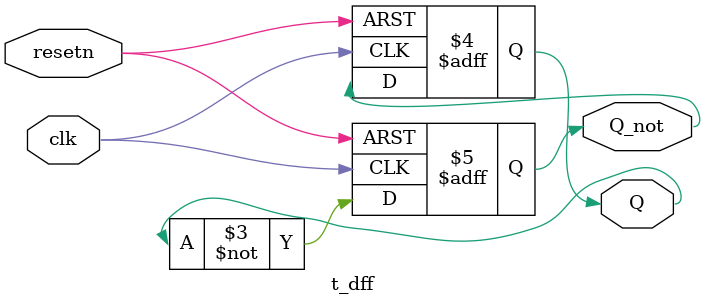
<source format=v>
module t_dff#(parameter WIDTH = 1)
	(
		input clk, resetn,
		output reg [WIDTH-1:0] Q, Q_not
		);

	always@(posedge clk or negedge resetn) begin
		if(!resetn)begin
			Q <= 0;
			Q_not <= 1;
		end
		else begin
			Q <= Q_not;
			Q_not <= ~Q;
		end
	end
endmodule
</source>
